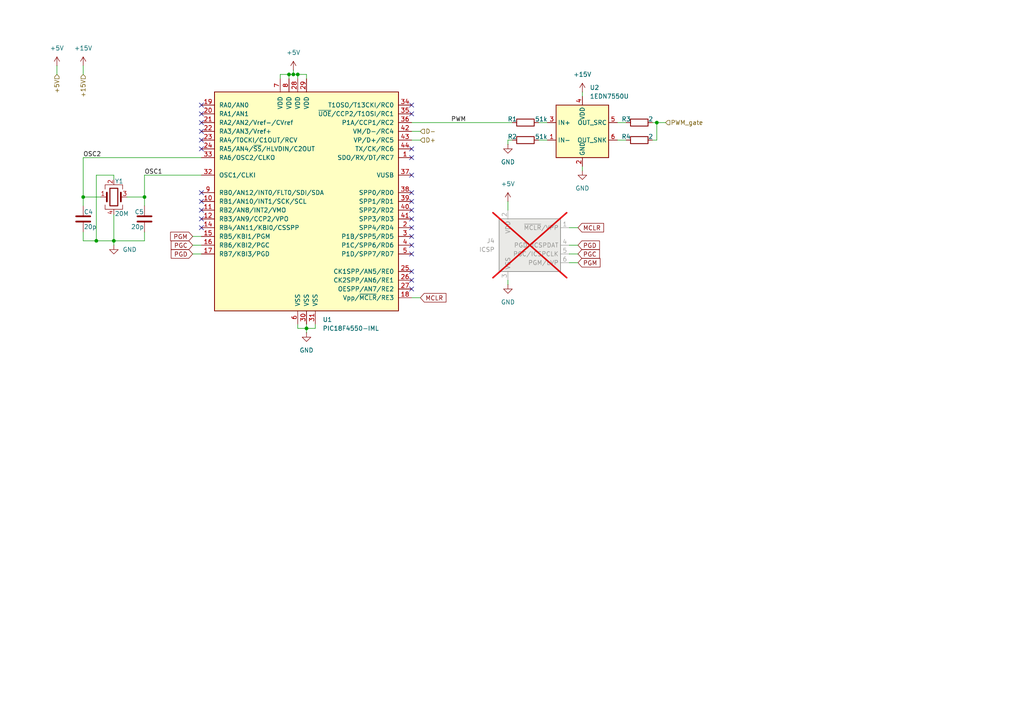
<source format=kicad_sch>
(kicad_sch (version 20250114) (generator "eeschema") (generator_version "9.0")
  (paper "A4")
  (lib_symbols
    (symbol "Connector:Conn_PIC_ICSP_ICD"
      (property "Reference" "J" (at 6.35 8.89 0))
      (property "Value" "Conn_PIC_ICSP_ICD" (at -8.89 -1.27 90))
      (symbol "Conn_PIC_ICSP_ICD_0_1"
        (rectangle (start -7.62 7.62) (end 10.16 -7.62) (stroke (width 0.254)) (fill (type background)))
      )
      (symbol "Conn_PIC_ICSP_ICD_1_1"
        (pin passive line (at -5.08 10.16 270) (length 2.54) (name "VDD") (number "2"))
        (pin power_in line (at -5.08 -10.16 90) (length 2.54) (name "VSS") (number "3"))
        (pin passive line (at 12.7 5.08 180) (length 2.54) (name "~{MCLR}/VPP") (number "1"))
        (pin bidirectional line (at 12.7 0 180) (length 2.54) (name "PGD/ICSPDAT") (number "4"))
        (pin output line (at 12.7 -2.54 180) (length 2.54) (name "PGC/ICSPCLK") (number "5"))
        (pin output line (at 12.7 -5.08 180) (length 2.54) (name "PGM/LVP") (number "6"))
      )
    )
    (symbol "Device:C" (pin_numbers (hide yes)) (pin_names (offset 0.254))
      (property "Reference" "C" (at 0.635 2.54 0))
      (property "Value" "C" (at 0.635 -2.54 0))
      (symbol "C_0_1"
        (polyline (pts (xy -2.032 0.762) (xy 2.032 0.762)) (stroke (width 0.508)))
        (polyline (pts (xy -2.032 -0.762) (xy 2.032 -0.762)) (stroke (width 0.508)))
      )
      (symbol "C_1_1"
        (pin passive line (at 0 3.81 270) (length 2.794) (name "~") (number "1"))
        (pin passive line (at 0 -3.81 90) (length 2.794) (name "~") (number "2"))
      )
    )
    (symbol "Device:Crystal_GND24" (pin_names (offset 1.016) (hide yes))
      (property "Reference" "Y" (at 3.175 5.08 0))
      (property "Value" "Crystal_GND24" (at 3.175 3.175 0))
      (symbol "Crystal_GND24_0_1"
        (polyline (pts (xy -2.54 2.286) (xy -2.54 3.556) (xy 2.54 3.556) (xy 2.54 2.286)))
        (polyline (pts (xy -2.54 0) (xy -2.032 0)))
        (polyline (pts (xy -2.54 -2.286) (xy -2.54 -3.556) (xy 2.54 -3.556) (xy 2.54 -2.286)))
        (polyline (pts (xy -2.032 -1.27) (xy -2.032 1.27)) (stroke (width 0.508)))
        (rectangle (start -1.143 2.54) (end 1.143 -2.54) (stroke (width 0.3048)))
        (polyline (pts (xy 0 3.556) (xy 0 3.81)))
        (polyline (pts (xy 0 -3.81) (xy 0 -3.556)))
        (polyline (pts (xy 2.032 0) (xy 2.54 0)))
        (polyline (pts (xy 2.032 -1.27) (xy 2.032 1.27)) (stroke (width 0.508)))
      )
      (symbol "Crystal_GND24_1_1"
        (pin passive line (at -3.81 0 0) (length 1.27) (name "1") (number "1"))
        (pin passive line (at 0 5.08 270) (length 1.27) (name "2") (number "2"))
        (pin passive line (at 0 -5.08 90) (length 1.27) (name "4") (number "4"))
        (pin passive line (at 3.81 0 180) (length 1.27) (name "3") (number "3"))
      )
    )
    (symbol "Device:R" (pin_numbers (hide yes)) (pin_names (offset 0))
      (property "Reference" "R" (at 2.032 0 90))
      (property "Value" "R" (at 0 0 90))
      (symbol "R_0_1"
        (rectangle (start -1.016 -2.54) (end 1.016 2.54) (stroke (width 0.254)))
      )
      (symbol "R_1_1"
        (pin passive line (at 0 3.81 270) (length 1.27) (name "~") (number "1"))
        (pin passive line (at 0 -3.81 90) (length 1.27) (name "~") (number "2"))
      )
    )
    (symbol "MCU_Microchip_PIC18:PIC18F4550-IML" (pin_names (offset 1.27))
      (property "Reference" "U" (at -25.4 33.02 0))
      (property "Value" "PIC18F4550-IML" (at 16.51 -33.02 0))
      (symbol "PIC18F4550-IML_0_1"
        (rectangle (start -26.67 31.75) (end 26.67 -31.75) (stroke (width 0.254)) (fill (type background)))
      )
      (symbol "PIC18F4550-IML_1_1"
        (pin bidirectional line (at -30.48 27.94 0) (length 3.81) (name "RA0/AN0") (number "19"))
        (pin bidirectional line (at -30.48 25.4 0) (length 3.81) (name "RA1/AN1") (number "20"))
        (pin bidirectional line (at -30.48 22.86 0) (length 3.81) (name "RA2/AN2/Vref-/CVref") (number "21"))
        (pin bidirectional line (at -30.48 20.32 0) (length 3.81) (name "RA3/AN3/Vref+") (number "22"))
        (pin bidirectional line (at -30.48 17.78 0) (length 3.81) (name "RA4/T0CKI/C1OUT/RCV") (number "23"))
        (pin bidirectional line (at -30.48 15.24 0) (length 3.81) (name "RA5/AN4/~{SS}/HLVDIN/C2OUT") (number "24"))
        (pin output line (at -30.48 12.7 0) (length 3.81) (name "RA6/OSC2/CLKO") (number "33"))
        (pin input line (at -30.48 7.62 0) (length 3.81) (name "OSC1/CLKI") (number "32"))
        (pin bidirectional line (at -30.48 2.54 0) (length 3.81) (name "RB0/AN12/INT0/FLT0/SDI/SDA") (number "9"))
        (pin bidirectional line (at -30.48 0 0) (length 3.81) (name "RB1/AN10/INT1/SCK/SCL") (number "10"))
        (pin bidirectional line (at -30.48 -2.54 0) (length 3.81) (name "RB2/AN8/INT2/VMO") (number "11"))
        (pin bidirectional line (at -30.48 -5.08 0) (length 3.81) (name "RB3/AN9/CCP2/VPO") (number "12"))
        (pin bidirectional line (at -30.48 -7.62 0) (length 3.81) (name "RB4/AN11/KBI0/CSSPP") (number "14"))
        (pin bidirectional line (at -30.48 -10.16 0) (length 3.81) (name "RB5/KBI1/PGM") (number "15"))
        (pin bidirectional line (at -30.48 -12.7 0) (length 3.81) (name "RB6/KBI2/PGC") (number "16"))
        (pin bidirectional line (at -30.48 -15.24 0) (length 3.81) (name "RB7/KBI3/PGD") (number "17"))
        (pin power_in line (at -7.62 35.56 270) (length 3.81) (name "VDD") (number "7"))
        (pin no_connect line (at -7.62 -31.75 90) (length 3.81) (hide yes) (name "NC") (number "13"))
        (pin power_in line (at -5.08 35.56 270) (length 3.81) (name "VDD") (number "8"))
        (pin power_in line (at -2.54 35.56 270) (length 3.81) (name "VDD") (number "28"))
        (pin power_in line (at -2.54 -35.56 90) (length 3.81) (name "VSS") (number "6"))
        (pin power_in line (at 0 35.56 270) (length 3.81) (name "VDD") (number "29"))
        (pin power_in line (at 0 -35.56 90) (length 3.81) (name "VSS") (number "30"))
        (pin power_in line (at 2.54 -35.56 90) (length 3.81) (name "VSS") (number "31"))
        (pin bidirectional line (at 30.48 27.94 180) (length 3.81) (name "T1OSO/T13CKI/RC0") (number "34"))
        (pin bidirectional line (at 30.48 25.4 180) (length 3.81) (name "~{UOE}/CCP2/T1OSI/RC1") (number "35"))
        (pin bidirectional line (at 30.48 22.86 180) (length 3.81) (name "P1A/CCP1/RC2") (number "36"))
        (pin bidirectional line (at 30.48 20.32 180) (length 3.81) (name "VM/D-/RC4") (number "42"))
        (pin bidirectional line (at 30.48 17.78 180) (length 3.81) (name "VP/D+/RC5") (number "43"))
        (pin bidirectional line (at 30.48 15.24 180) (length 3.81) (name "TX/CK/RC6") (number "44"))
        (pin bidirectional line (at 30.48 12.7 180) (length 3.81) (name "SDO/RX/DT/RC7") (number "1"))
        (pin bidirectional line (at 30.48 7.62 180) (length 3.81) (name "VUSB") (number "37"))
        (pin bidirectional line (at 30.48 2.54 180) (length 3.81) (name "SPP0/RD0") (number "38"))
        (pin bidirectional line (at 30.48 0 180) (length 3.81) (name "SPP1/RD1") (number "39"))
        (pin bidirectional line (at 30.48 -2.54 180) (length 3.81) (name "SPP2/RD2") (number "40"))
        (pin bidirectional line (at 30.48 -5.08 180) (length 3.81) (name "SPP3/RD3") (number "41"))
        (pin bidirectional line (at 30.48 -7.62 180) (length 3.81) (name "SPP4/RD4") (number "2"))
        (pin bidirectional line (at 30.48 -10.16 180) (length 3.81) (name "P1B/SPP5/RD5") (number "3"))
        (pin bidirectional line (at 30.48 -12.7 180) (length 3.81) (name "P1C/SPP6/RD6") (number "4"))
        (pin bidirectional line (at 30.48 -15.24 180) (length 3.81) (name "P1D/SPP7/RD7") (number "5"))
        (pin bidirectional line (at 30.48 -20.32 180) (length 3.81) (name "CK1SPP/AN5/RE0") (number "25"))
        (pin bidirectional line (at 30.48 -22.86 180) (length 3.81) (name "CK2SPP/AN6/RE1") (number "26"))
        (pin bidirectional line (at 30.48 -25.4 180) (length 3.81) (name "OESPP/AN7/RE2") (number "27"))
        (pin input line (at 30.48 -27.94 180) (length 3.81) (name "Vpp/~{MCLR}/RE3") (number "18"))
      )
    )
    (symbol "epicsepic:1EDN7550U"
      (property "Reference" "U" (at -7.62 8.89 0))
      (property "Value" "1EDN7550U" (at 1.27 8.89 0))
      (symbol "1EDN7550U_0_1"
        (rectangle (start -7.62 7.62) (end 7.62 -7.62) (stroke (width 0.254)) (fill (type background)))
      )
      (symbol "1EDN7550U_1_1"
        (pin input line (at -10.16 2.54 0) (length 2.54) (name "IN+") (number "3"))
        (pin input line (at -10.16 -2.54 0) (length 2.54) (name "IN-") (number "1"))
        (pin power_in line (at 0 10.16 270) (length 2.54) (name "VDD") (number "4"))
        (pin power_in line (at 0 -10.16 90) (length 2.54) (name "GND") (number "2"))
        (pin output line (at 10.16 2.54 180) (length 2.54) (name "OUT_SRC") (number "5"))
        (pin output line (at 10.16 -2.54 180) (length 2.54) (name "OUT_SNK") (number "6"))
      )
    )
    (symbol "power:+15V" (power) (pin_numbers (hide yes)) (pin_names (offset 0) (hide yes))
      (property "Value" "+15V" (at 0 3.556 0))
      (symbol "+15V_0_1"
        (polyline (pts (xy -0.762 1.27) (xy 0 2.54)))
        (polyline (pts (xy 0 2.54) (xy 0.762 1.27)))
        (polyline (pts (xy 0 0) (xy 0 2.54)))
      )
      (symbol "+15V_1_1"
        (pin power_in line (at 0 0 90) (length 0) (name "~") (number "1"))
      )
    )
    (symbol "power:+5V" (power) (pin_numbers (hide yes)) (pin_names (offset 0) (hide yes))
      (property "Value" "+5V" (at 0 3.556 0))
      (symbol "+5V_0_1"
        (polyline (pts (xy -0.762 1.27) (xy 0 2.54)))
        (polyline (pts (xy 0 2.54) (xy 0.762 1.27)))
        (polyline (pts (xy 0 0) (xy 0 2.54)))
      )
      (symbol "+5V_1_1"
        (pin power_in line (at 0 0 90) (length 0) (name "~") (number "1"))
      )
    )
    (symbol "power:GND" (power) (pin_numbers (hide yes)) (pin_names (offset 0) (hide yes))
      (property "Value" "GND" (at 0 -3.81 0))
      (symbol "GND_0_1"
        (polyline (pts (xy 0 0) (xy 0 -1.27) (xy 1.27 -1.27) (xy 0 -2.54) (xy -1.27 -1.27) (xy 0 -1.27)))
      )
      (symbol "GND_1_1"
        (pin power_in line (at 0 0 270) (length 0) (name "~") (number "1"))
      )
    )
  )
  (junction (at 85.09 21.59))
  (junction (at 24.13 57.15))
  (junction (at 83.82 21.59))
  (junction (at 33.02 69.85))
  (junction (at 41.91 57.15))
  (junction (at 86.36 21.59))
  (junction (at 190.5 35.56))
  (junction (at 27.94 69.85))
  (junction (at 88.9 95.25))
  (no_connect (at 119.38 66.04))
  (no_connect (at 58.42 35.56))
  (no_connect (at 58.42 30.48))
  (no_connect (at 119.38 81.28))
  (no_connect (at 58.42 33.02))
  (no_connect (at 58.42 58.42))
  (no_connect (at 119.38 55.88))
  (no_connect (at 119.38 83.82))
  (no_connect (at 58.42 40.64))
  (no_connect (at 58.42 43.18))
  (no_connect (at 58.42 63.5))
  (no_connect (at 119.38 58.42))
  (no_connect (at 119.38 43.18))
  (no_connect (at 119.38 30.48))
  (no_connect (at 119.38 68.58))
  (no_connect (at 58.42 38.1))
  (no_connect (at 119.38 45.72))
  (no_connect (at 58.42 55.88))
  (no_connect (at 119.38 50.8))
  (no_connect (at 119.38 33.02))
  (no_connect (at 119.38 63.5))
  (no_connect (at 119.38 71.12))
  (no_connect (at 58.42 60.96))
  (no_connect (at 58.42 66.04))
  (no_connect (at 119.38 60.96))
  (no_connect (at 119.38 73.66))
  (no_connect (at 119.38 78.74))
  (wire (pts (xy 119.38 40.64) (xy 121.92 40.64)))
  (wire (pts (xy 58.42 73.66) (xy 55.88 73.66)))
  (wire (pts (xy 33.02 52.07) (xy 33.02 50.8)))
  (wire (pts (xy 189.23 35.56) (xy 190.5 35.56)))
  (wire (pts (xy 119.38 35.56) (xy 148.59 35.56)))
  (wire (pts (xy 36.83 57.15) (xy 41.91 57.15)))
  (wire (pts (xy 179.07 40.64) (xy 181.61 40.64)))
  (wire (pts (xy 147.32 40.64) (xy 148.59 40.64)))
  (wire (pts (xy 58.42 71.12) (xy 55.88 71.12)))
  (wire (pts (xy 179.07 35.56) (xy 181.61 35.56)))
  (wire (pts (xy 86.36 93.98) (xy 86.36 95.25)))
  (wire (pts (xy 190.5 35.56) (xy 190.5 40.64)))
  (wire (pts (xy 16.51 19.05) (xy 16.51 21.59)))
  (wire (pts (xy 119.38 86.36) (xy 121.92 86.36)))
  (wire (pts (xy 41.91 59.69) (xy 41.91 57.15)))
  (wire (pts (xy 85.09 21.59) (xy 86.36 21.59)))
  (wire (pts (xy 165.1 71.12) (xy 167.64 71.12)))
  (wire (pts (xy 147.32 41.91) (xy 147.32 40.64)))
  (wire (pts (xy 168.91 26.67) (xy 168.91 27.94)))
  (wire (pts (xy 24.13 57.15) (xy 29.21 57.15)))
  (wire (pts (xy 33.02 62.23) (xy 33.02 69.85)))
  (wire (pts (xy 88.9 93.98) (xy 88.9 95.25)))
  (wire (pts (xy 165.1 66.04) (xy 167.64 66.04)))
  (wire (pts (xy 33.02 50.8) (xy 27.94 50.8)))
  (wire (pts (xy 86.36 21.59) (xy 86.36 22.86)))
  (wire (pts (xy 156.21 40.64) (xy 158.75 40.64)))
  (wire (pts (xy 24.13 19.05) (xy 24.13 21.59)))
  (wire (pts (xy 85.09 21.59) (xy 83.82 21.59)))
  (wire (pts (xy 81.28 21.59) (xy 81.28 22.86)))
  (wire (pts (xy 24.13 45.72) (xy 58.42 45.72)))
  (wire (pts (xy 85.09 20.32) (xy 85.09 21.59)))
  (wire (pts (xy 91.44 95.25) (xy 91.44 93.98)))
  (wire (pts (xy 83.82 21.59) (xy 83.82 22.86)))
  (wire (pts (xy 86.36 21.59) (xy 88.9 21.59)))
  (wire (pts (xy 41.91 50.8) (xy 58.42 50.8)))
  (wire (pts (xy 86.36 95.25) (xy 88.9 95.25)))
  (wire (pts (xy 83.82 21.59) (xy 81.28 21.59)))
  (wire (pts (xy 156.21 35.56) (xy 158.75 35.56)))
  (wire (pts (xy 168.91 48.26) (xy 168.91 49.53)))
  (wire (pts (xy 24.13 59.69) (xy 24.13 57.15)))
  (wire (pts (xy 165.1 73.66) (xy 167.64 73.66)))
  (wire (pts (xy 41.91 69.85) (xy 41.91 67.31)))
  (wire (pts (xy 27.94 69.85) (xy 33.02 69.85)))
  (wire (pts (xy 190.5 35.56) (xy 193.04 35.56)))
  (wire (pts (xy 27.94 50.8) (xy 27.94 69.85)))
  (wire (pts (xy 24.13 69.85) (xy 27.94 69.85)))
  (wire (pts (xy 33.02 69.85) (xy 41.91 69.85)))
  (wire (pts (xy 58.42 68.58) (xy 55.88 68.58)))
  (wire (pts (xy 147.32 81.28) (xy 147.32 82.55)))
  (wire (pts (xy 24.13 57.15) (xy 24.13 45.72)))
  (wire (pts (xy 119.38 38.1) (xy 121.92 38.1)))
  (wire (pts (xy 41.91 57.15) (xy 41.91 50.8)))
  (wire (pts (xy 24.13 67.31) (xy 24.13 69.85)))
  (wire (pts (xy 165.1 76.2) (xy 167.64 76.2)))
  (wire (pts (xy 190.5 40.64) (xy 189.23 40.64)))
  (wire (pts (xy 88.9 21.59) (xy 88.9 22.86)))
  (wire (pts (xy 88.9 95.25) (xy 88.9 96.52)))
  (wire (pts (xy 147.32 58.42) (xy 147.32 60.96)))
  (wire (pts (xy 88.9 95.25) (xy 91.44 95.25)))
  (wire (pts (xy 33.02 69.85) (xy 33.02 71.12)))
  (label "OSC1" (at 41.91 50.8 0))
  (label "PWM" (at 130.81 35.56 0))
  (label "OSC2" (at 24.13 45.72 0))
  (global_label "PGM" (shape input) (at 55.88 68.58 180) (property "Intersheetrefs" "${INTERSHEET_REFS}" (effects (hide yes))))
  (global_label "PGC" (shape input) (at 167.64 73.66 0) (property "Intersheetrefs" "${INTERSHEET_REFS}" (effects (hide yes))))
  (global_label "PGC" (shape input) (at 55.88 71.12 180) (property "Intersheetrefs" "${INTERSHEET_REFS}" (effects (hide yes))))
  (global_label "PGD" (shape input) (at 167.64 71.12 0) (property "Intersheetrefs" "${INTERSHEET_REFS}" (effects (hide yes))))
  (global_label "MCLR" (shape input) (at 121.92 86.36 0) (property "Intersheetrefs" "${INTERSHEET_REFS}" (effects (hide yes))))
  (global_label "PGD" (shape input) (at 55.88 73.66 180) (property "Intersheetrefs" "${INTERSHEET_REFS}" (effects (hide yes))))
  (global_label "PGM" (shape input) (at 167.64 76.2 0) (property "Intersheetrefs" "${INTERSHEET_REFS}" (effects (hide yes))))
  (global_label "MCLR" (shape input) (at 167.64 66.04 0) (property "Intersheetrefs" "${INTERSHEET_REFS}" (effects (hide yes))))
  (hierarchical_label "D+" (shape input) (at 121.92 40.64 0))
  (hierarchical_label "+15V" (shape input) (at 24.13 21.59 270))
  (hierarchical_label "D-" (shape input) (at 121.92 38.1 0))
  (hierarchical_label "+5V" (shape input) (at 16.51 21.59 270))
  (hierarchical_label "PWM_gate" (shape input) (at 193.04 35.56 0))
  (symbol (lib_id "Device:R") (at 152.4 35.56 90) (unit 1)
    (property "Reference" "R1" (at 148.59 34.544 90))
    (property "Value" "51k" (at 156.972 34.544 90))
    (property "Footprint" "Resistor_SMD:R_0603_1608Metric" (effects (hide yes)))
    (property "Datasheet" "https://www.rohm.com/datasheet?p=ESR03EZPD&dist=Mouser&media=referral&source=mouser.com&campaign=Mouser" (effects (hide yes)))
    (property "Description" "Resistor, 1/4W" (effects (hide yes)))
    (property "Dist" "Mouser" (effects (hide yes)))
    (property "DistPN" "755-ESR03EZPD5102" (effects (hide yes)))
    (property "Mfg" "Rohm" (effects (hide yes)))
    (property "MfgPN" "ESR03EZPD5102" (effects (hide yes)))
  )
  (symbol (lib_id "epicsepic:1EDN7550U") (at 168.91 38.1 0) (unit 1)
    (property "Reference" "U2" (at 171.0533 25.4 0) (effects (justify left)))
    (property "Value" "1EDN7550U" (at 171.0533 27.94 0) (effects (justify left)))
    (property "Footprint" "footprints:PG-TSNP-6-13" (effects (hide yes)))
    (property "Datasheet" "https://www.infineon.com/dgdl/Infineon-1EDN7550B-DS-v02_00-EN.pdf?fileId=5546d46262b31d2e01635d9799ef264f" (effects (hide yes)))
    (property "Description" "Gate Driver con entradas diferenciales, 4V UVLO, +4/-8A" (effects (hide yes)))
    (property "Dist" "Mouser" (effects (hide yes)))
    (property "DistPN" "726-1EDN7550UXTSA1" (effects (hide yes)))
    (property "Mfg" "Infineon" (effects (hide yes)))
    (property "MfgPN" "1EDN7550U" (effects (hide yes)))
  )
  (symbol (lib_id "power:GND") (at 168.91 49.53 0) (unit 1)
    (property "Reference" "#PWR014" (effects (hide yes)))
    (property "Value" "GND" (at 168.91 54.61 0))
    (property "Description" "Power symbol creates a global label with name \"GND\" , ground" (effects (hide yes)))
  )
  (symbol (lib_id "Connector:Conn_PIC_ICSP_ICD") (at 152.4 71.12 0) (unit 1) (dnp yes)
    (property "Reference" "J4" (at 143.51 69.8499 0) (effects (justify right)))
    (property "Value" "ICSP" (at 143.51 72.3899 0) (effects (justify right)))
    (property "Footprint" "Connector_PinSocket_1.00mm:PinSocket_1x06_P1.00mm_Vertical" (effects (hide yes)))
    (property "Datasheet" "http://ww1.microchip.com/downloads/en/devicedoc/30277d.pdf" (effects (hide yes)))
    (property "Description" "Conector ICSP" (effects (hide yes)))
  )
  (symbol (lib_id "power:GND") (at 147.32 82.55 0) (unit 1)
    (property "Reference" "#PWR08" (effects (hide yes)))
    (property "Value" "GND" (at 147.32 87.63 0))
    (property "Description" "Power symbol creates a global label with name \"GND\" , ground" (effects (hide yes)))
  )
  (symbol (lib_id "Device:R") (at 152.4 40.64 90) (unit 1)
    (property "Reference" "R2" (at 148.59 39.624 90))
    (property "Value" "51k" (at 156.972 39.624 90))
    (property "Footprint" "Resistor_SMD:R_0603_1608Metric" (effects (hide yes)))
    (property "Datasheet" "https://www.rohm.com/datasheet?p=ESR03EZPD&dist=Mouser&media=referral&source=mouser.com&campaign=Mouser" (effects (hide yes)))
    (property "Description" "Resistor, 1/4W" (effects (hide yes)))
    (property "Dist" "Mouser" (effects (hide yes)))
    (property "DistPN" "755-ESR03EZPD5102" (effects (hide yes)))
    (property "Mfg" "Rohm" (effects (hide yes)))
    (property "MfgPN" "ESR03EZPD5102" (effects (hide yes)))
  )
  (symbol (lib_id "power:+15V") (at 168.91 26.67 0) (unit 1)
    (property "Reference" "#PWR013" (effects (hide yes)))
    (property "Value" "+15V" (at 168.91 21.59 0))
    (property "Description" "Power symbol creates a global label with name \"+15V\"" (effects (hide yes)))
  )
  (symbol (lib_id "power:GND") (at 88.9 96.52 0) (unit 1)
    (property "Reference" "#PWR011" (effects (hide yes)))
    (property "Value" "GND" (at 88.9 101.6 0))
    (property "Description" "Power symbol creates a global label with name \"GND\" , ground" (effects (hide yes)))
  )
  (symbol (lib_id "Device:C") (at 24.13 63.5 0) (mirror y) (unit 1)
    (property "Reference" "C4" (at 25.654 61.468 0))
    (property "Value" "20p" (at 26.162 65.786 0))
    (property "Footprint" "Capacitor_SMD:C_0402_1005Metric" (effects (hide yes)))
    (property "Datasheet" "https://content.kemet.com/datasheets/KEM_C1002_X7R_SMD.pdf" (effects (hide yes)))
    (property "Description" "Condensador cerámico, 10V" (effects (hide yes)))
    (property "Dist" "Mouser" (effects (hide yes)))
    (property "DistPN" "80-C0402C200M8HACTU" (effects (hide yes)))
    (property "Mfg" "Kemet" (effects (hide yes)))
    (property "MfgPN" "C0402C200M8HACTU" (effects (hide yes)))
  )
  (symbol (lib_id "power:GND") (at 33.02 71.12 0) (unit 1)
    (property "Reference" "#PWR09" (effects (hide yes)))
    (property "Value" "GND" (at 35.56 72.3899 0) (effects (justify left)))
    (property "Description" "Power symbol creates a global label with name \"GND\" , ground" (effects (hide yes)))
  )
  (symbol (lib_id "power:+5V") (at 85.09 20.32 0) (unit 1)
    (property "Reference" "#PWR010" (effects (hide yes)))
    (property "Value" "+5V" (at 85.09 15.24 0))
    (property "Description" "Power symbol creates a global label with name \"+5V\"" (effects (hide yes)))
  )
  (symbol (lib_id "power:+15V") (at 24.13 19.05 0) (unit 1)
    (property "Reference" "#PWR06" (effects (hide yes)))
    (property "Value" "+15V" (at 24.13 13.97 0))
    (property "Description" "Power symbol creates a global label with name \"+15V\"" (effects (hide yes)))
  )
  (symbol (lib_id "MCU_Microchip_PIC18:PIC18F4550-IML") (at 88.9 58.42 0) (unit 1)
    (property "Reference" "U1" (at 93.5833 92.71 0) (effects (justify left)))
    (property "Value" "PIC18F4550-IML" (at 93.5833 95.25 0) (effects (justify left)))
    (property "Footprint" "Package_DFN_QFN:QFN-44-1EP_8x8mm_P0.65mm_EP6.45x6.45mm" (effects (hide yes)))
    (property "Datasheet" "http://ww1.microchip.com/downloads/en/DeviceDoc/39760d.pdf" (effects (hide yes)))
    (property "Description" "PIC18F, 32K Flash, 2K SRAM, 256 EEPROM, USB, nanoWatt XLP" (effects (hide yes)))
    (property "Dist" "Mouser" (effects (hide yes)))
    (property "DistPN" "579-PIC18F4550-I/ML" (effects (hide yes)))
    (property "Mfg" "Microchip" (effects (hide yes)))
    (property "MfgPN" "PIC18F4550-IML" (effects (hide yes)))
  )
  (symbol (lib_id "Device:R") (at 185.42 35.56 90) (unit 1)
    (property "Reference" "R3" (at 181.61 34.544 90))
    (property "Value" "2" (at 188.722 34.544 90))
    (property "Footprint" "Resistor_SMD:R_0402_1005Metric" (effects (hide yes)))
    (property "Datasheet" "https://www.mouser.cl/datasheet/2/447/PYu-RT_1-to-0.01_RoHS_L_9-1222720.pdf" (effects (hide yes)))
    (property "Description" "Resistor, 1/16W" (effects (hide yes)))
    (property "Dist" "Mouser" (effects (hide yes)))
    (property "DistPN" "603-RT0402BRE072RL" (effects (hide yes)))
    (property "Mfg" "Yageo" (effects (hide yes)))
    (property "MfgPN" "RT0402BRE072RL" (effects (hide yes)))
  )
  (symbol (lib_id "Device:R") (at 185.42 40.64 90) (mirror x) (unit 1)
    (property "Reference" "R4" (at 181.61 39.624 90))
    (property "Value" "2" (at 188.722 39.624 90))
    (property "Footprint" "Resistor_SMD:R_0402_1005Metric" (effects (hide yes)))
    (property "Datasheet" "https://www.mouser.cl/datasheet/2/447/PYu-RT_1-to-0.01_RoHS_L_9-1222720.pdf" (effects (hide yes)))
    (property "Description" "Resistor, 1/16W" (effects (hide yes)))
    (property "Dist" "Mouser" (effects (hide yes)))
    (property "DistPN" "603-RT0402BRE072RL" (effects (hide yes)))
    (property "Mfg" "Yageo" (effects (hide yes)))
    (property "MfgPN" "RT0402BRE072RL" (effects (hide yes)))
  )
  (symbol (lib_id "Device:C") (at 41.91 63.5 180) (unit 1)
    (property "Reference" "C5" (at 40.386 61.468 0))
    (property "Value" "20p" (at 39.878 65.786 0))
    (property "Footprint" "Capacitor_SMD:C_0402_1005Metric" (effects (hide yes)))
    (property "Datasheet" "https://content.kemet.com/datasheets/KEM_C1002_X7R_SMD.pdf" (effects (hide yes)))
    (property "Description" "Condensador cerámico, 10V" (effects (hide yes)))
    (property "Dist" "Mouser" (effects (hide yes)))
    (property "DistPN" "80-C0402C200M8HACTU" (effects (hide yes)))
    (property "Mfg" "Kemet" (effects (hide yes)))
    (property "MfgPN" "C0402C200M8HACTU" (effects (hide yes)))
  )
  (symbol (lib_id "power:+5V") (at 147.32 58.42 0) (unit 1)
    (property "Reference" "#PWR07" (effects (hide yes)))
    (property "Value" "+5V" (at 147.32 53.34 0))
    (property "Description" "Power symbol creates a global label with name \"+5V\"" (effects (hide yes)))
  )
  (symbol (lib_id "Device:Crystal_GND24") (at 33.02 57.15 0) (unit 1)
    (property "Reference" "Y1" (at 34.544 52.578 0))
    (property "Value" "20M" (at 35.306 61.976 0))
    (property "Footprint" "Crystal:Crystal_SMD_2520-4Pin_2.5x2.0mm" (effects (hide yes)))
    (property "Datasheet" "https://4donline.ihs.com/images/VipMasterIC/IC/DIOD/DIOD-S-A0003381139/DIOD-S-A0003381139-1.pdf?hkey=CECEF36DEECDED6468708AAF2E19C0C6" (effects (hide yes)))
    (property "Description" "Cristal, 20MHz" (effects (hide yes)))
    (property "Dist" "Mouser" (effects (hide yes)))
    (property "DistPN" "729-FH2000021" (effects (hide yes)))
    (property "Mfg" "Diodes Incorporated" (effects (hide yes)))
    (property "MfgPN" "FH2000021" (effects (hide yes)))
  )
  (symbol (lib_id "power:GND") (at 147.32 41.91 0) (unit 1)
    (property "Reference" "#PWR012" (effects (hide yes)))
    (property "Value" "GND" (at 147.32 46.99 0))
    (property "Description" "Power symbol creates a global label with name \"GND\" , ground" (effects (hide yes)))
  )
  (symbol (lib_id "power:+5V") (at 16.51 19.05 0) (unit 1)
    (property "Reference" "#PWR05" (effects (hide yes)))
    (property "Value" "+5V" (at 16.51 13.97 0))
    (property "Description" "Power symbol creates a global label with name \"+5V\"" (effects (hide yes)))
  )
)
</source>
